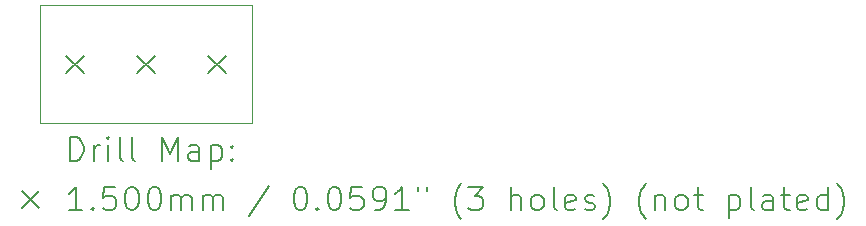
<source format=gbr>
%TF.GenerationSoftware,KiCad,Pcbnew,7.0.6-7.0.6~ubuntu22.04.1*%
%TF.CreationDate,2023-08-02T11:50:25+12:00*%
%TF.ProjectId,TWIST_SWTICH_BACKING_PLATE_v1.0,54574953-545f-4535-9754-4943485f4241,v1.0*%
%TF.SameCoordinates,Original*%
%TF.FileFunction,Drillmap*%
%TF.FilePolarity,Positive*%
%FSLAX45Y45*%
G04 Gerber Fmt 4.5, Leading zero omitted, Abs format (unit mm)*
G04 Created by KiCad (PCBNEW 7.0.6-7.0.6~ubuntu22.04.1) date 2023-08-02 11:50:25*
%MOMM*%
%LPD*%
G01*
G04 APERTURE LIST*
%ADD10C,0.100000*%
%ADD11C,0.200000*%
%ADD12C,0.150000*%
G04 APERTURE END LIST*
D10*
X20900000Y-14500000D02*
X20900000Y-15500000D01*
X19100000Y-14500000D02*
X19100000Y-15500000D01*
X19100000Y-15500000D02*
X20900000Y-15500000D01*
X19100000Y-14500000D02*
X20900000Y-14500000D01*
D11*
D12*
X19325000Y-14925000D02*
X19475000Y-15075000D01*
X19475000Y-14925000D02*
X19325000Y-15075000D01*
X19925000Y-14925000D02*
X20075000Y-15075000D01*
X20075000Y-14925000D02*
X19925000Y-15075000D01*
X20525000Y-14925000D02*
X20675000Y-15075000D01*
X20675000Y-14925000D02*
X20525000Y-15075000D01*
D11*
X19355777Y-15816484D02*
X19355777Y-15616484D01*
X19355777Y-15616484D02*
X19403396Y-15616484D01*
X19403396Y-15616484D02*
X19431967Y-15626008D01*
X19431967Y-15626008D02*
X19451015Y-15645055D01*
X19451015Y-15645055D02*
X19460539Y-15664103D01*
X19460539Y-15664103D02*
X19470063Y-15702198D01*
X19470063Y-15702198D02*
X19470063Y-15730769D01*
X19470063Y-15730769D02*
X19460539Y-15768865D01*
X19460539Y-15768865D02*
X19451015Y-15787912D01*
X19451015Y-15787912D02*
X19431967Y-15806960D01*
X19431967Y-15806960D02*
X19403396Y-15816484D01*
X19403396Y-15816484D02*
X19355777Y-15816484D01*
X19555777Y-15816484D02*
X19555777Y-15683150D01*
X19555777Y-15721246D02*
X19565301Y-15702198D01*
X19565301Y-15702198D02*
X19574824Y-15692674D01*
X19574824Y-15692674D02*
X19593872Y-15683150D01*
X19593872Y-15683150D02*
X19612920Y-15683150D01*
X19679586Y-15816484D02*
X19679586Y-15683150D01*
X19679586Y-15616484D02*
X19670063Y-15626008D01*
X19670063Y-15626008D02*
X19679586Y-15635531D01*
X19679586Y-15635531D02*
X19689110Y-15626008D01*
X19689110Y-15626008D02*
X19679586Y-15616484D01*
X19679586Y-15616484D02*
X19679586Y-15635531D01*
X19803396Y-15816484D02*
X19784348Y-15806960D01*
X19784348Y-15806960D02*
X19774824Y-15787912D01*
X19774824Y-15787912D02*
X19774824Y-15616484D01*
X19908158Y-15816484D02*
X19889110Y-15806960D01*
X19889110Y-15806960D02*
X19879586Y-15787912D01*
X19879586Y-15787912D02*
X19879586Y-15616484D01*
X20136729Y-15816484D02*
X20136729Y-15616484D01*
X20136729Y-15616484D02*
X20203396Y-15759341D01*
X20203396Y-15759341D02*
X20270063Y-15616484D01*
X20270063Y-15616484D02*
X20270063Y-15816484D01*
X20451015Y-15816484D02*
X20451015Y-15711722D01*
X20451015Y-15711722D02*
X20441491Y-15692674D01*
X20441491Y-15692674D02*
X20422444Y-15683150D01*
X20422444Y-15683150D02*
X20384348Y-15683150D01*
X20384348Y-15683150D02*
X20365301Y-15692674D01*
X20451015Y-15806960D02*
X20431967Y-15816484D01*
X20431967Y-15816484D02*
X20384348Y-15816484D01*
X20384348Y-15816484D02*
X20365301Y-15806960D01*
X20365301Y-15806960D02*
X20355777Y-15787912D01*
X20355777Y-15787912D02*
X20355777Y-15768865D01*
X20355777Y-15768865D02*
X20365301Y-15749817D01*
X20365301Y-15749817D02*
X20384348Y-15740293D01*
X20384348Y-15740293D02*
X20431967Y-15740293D01*
X20431967Y-15740293D02*
X20451015Y-15730769D01*
X20546253Y-15683150D02*
X20546253Y-15883150D01*
X20546253Y-15692674D02*
X20565301Y-15683150D01*
X20565301Y-15683150D02*
X20603396Y-15683150D01*
X20603396Y-15683150D02*
X20622444Y-15692674D01*
X20622444Y-15692674D02*
X20631967Y-15702198D01*
X20631967Y-15702198D02*
X20641491Y-15721246D01*
X20641491Y-15721246D02*
X20641491Y-15778388D01*
X20641491Y-15778388D02*
X20631967Y-15797436D01*
X20631967Y-15797436D02*
X20622444Y-15806960D01*
X20622444Y-15806960D02*
X20603396Y-15816484D01*
X20603396Y-15816484D02*
X20565301Y-15816484D01*
X20565301Y-15816484D02*
X20546253Y-15806960D01*
X20727205Y-15797436D02*
X20736729Y-15806960D01*
X20736729Y-15806960D02*
X20727205Y-15816484D01*
X20727205Y-15816484D02*
X20717682Y-15806960D01*
X20717682Y-15806960D02*
X20727205Y-15797436D01*
X20727205Y-15797436D02*
X20727205Y-15816484D01*
X20727205Y-15692674D02*
X20736729Y-15702198D01*
X20736729Y-15702198D02*
X20727205Y-15711722D01*
X20727205Y-15711722D02*
X20717682Y-15702198D01*
X20717682Y-15702198D02*
X20727205Y-15692674D01*
X20727205Y-15692674D02*
X20727205Y-15711722D01*
D12*
X18945000Y-16070000D02*
X19095000Y-16220000D01*
X19095000Y-16070000D02*
X18945000Y-16220000D01*
D11*
X19460539Y-16236484D02*
X19346253Y-16236484D01*
X19403396Y-16236484D02*
X19403396Y-16036484D01*
X19403396Y-16036484D02*
X19384348Y-16065055D01*
X19384348Y-16065055D02*
X19365301Y-16084103D01*
X19365301Y-16084103D02*
X19346253Y-16093627D01*
X19546253Y-16217436D02*
X19555777Y-16226960D01*
X19555777Y-16226960D02*
X19546253Y-16236484D01*
X19546253Y-16236484D02*
X19536729Y-16226960D01*
X19536729Y-16226960D02*
X19546253Y-16217436D01*
X19546253Y-16217436D02*
X19546253Y-16236484D01*
X19736729Y-16036484D02*
X19641491Y-16036484D01*
X19641491Y-16036484D02*
X19631967Y-16131722D01*
X19631967Y-16131722D02*
X19641491Y-16122198D01*
X19641491Y-16122198D02*
X19660539Y-16112674D01*
X19660539Y-16112674D02*
X19708158Y-16112674D01*
X19708158Y-16112674D02*
X19727205Y-16122198D01*
X19727205Y-16122198D02*
X19736729Y-16131722D01*
X19736729Y-16131722D02*
X19746253Y-16150769D01*
X19746253Y-16150769D02*
X19746253Y-16198388D01*
X19746253Y-16198388D02*
X19736729Y-16217436D01*
X19736729Y-16217436D02*
X19727205Y-16226960D01*
X19727205Y-16226960D02*
X19708158Y-16236484D01*
X19708158Y-16236484D02*
X19660539Y-16236484D01*
X19660539Y-16236484D02*
X19641491Y-16226960D01*
X19641491Y-16226960D02*
X19631967Y-16217436D01*
X19870063Y-16036484D02*
X19889110Y-16036484D01*
X19889110Y-16036484D02*
X19908158Y-16046008D01*
X19908158Y-16046008D02*
X19917682Y-16055531D01*
X19917682Y-16055531D02*
X19927205Y-16074579D01*
X19927205Y-16074579D02*
X19936729Y-16112674D01*
X19936729Y-16112674D02*
X19936729Y-16160293D01*
X19936729Y-16160293D02*
X19927205Y-16198388D01*
X19927205Y-16198388D02*
X19917682Y-16217436D01*
X19917682Y-16217436D02*
X19908158Y-16226960D01*
X19908158Y-16226960D02*
X19889110Y-16236484D01*
X19889110Y-16236484D02*
X19870063Y-16236484D01*
X19870063Y-16236484D02*
X19851015Y-16226960D01*
X19851015Y-16226960D02*
X19841491Y-16217436D01*
X19841491Y-16217436D02*
X19831967Y-16198388D01*
X19831967Y-16198388D02*
X19822444Y-16160293D01*
X19822444Y-16160293D02*
X19822444Y-16112674D01*
X19822444Y-16112674D02*
X19831967Y-16074579D01*
X19831967Y-16074579D02*
X19841491Y-16055531D01*
X19841491Y-16055531D02*
X19851015Y-16046008D01*
X19851015Y-16046008D02*
X19870063Y-16036484D01*
X20060539Y-16036484D02*
X20079586Y-16036484D01*
X20079586Y-16036484D02*
X20098634Y-16046008D01*
X20098634Y-16046008D02*
X20108158Y-16055531D01*
X20108158Y-16055531D02*
X20117682Y-16074579D01*
X20117682Y-16074579D02*
X20127205Y-16112674D01*
X20127205Y-16112674D02*
X20127205Y-16160293D01*
X20127205Y-16160293D02*
X20117682Y-16198388D01*
X20117682Y-16198388D02*
X20108158Y-16217436D01*
X20108158Y-16217436D02*
X20098634Y-16226960D01*
X20098634Y-16226960D02*
X20079586Y-16236484D01*
X20079586Y-16236484D02*
X20060539Y-16236484D01*
X20060539Y-16236484D02*
X20041491Y-16226960D01*
X20041491Y-16226960D02*
X20031967Y-16217436D01*
X20031967Y-16217436D02*
X20022444Y-16198388D01*
X20022444Y-16198388D02*
X20012920Y-16160293D01*
X20012920Y-16160293D02*
X20012920Y-16112674D01*
X20012920Y-16112674D02*
X20022444Y-16074579D01*
X20022444Y-16074579D02*
X20031967Y-16055531D01*
X20031967Y-16055531D02*
X20041491Y-16046008D01*
X20041491Y-16046008D02*
X20060539Y-16036484D01*
X20212920Y-16236484D02*
X20212920Y-16103150D01*
X20212920Y-16122198D02*
X20222444Y-16112674D01*
X20222444Y-16112674D02*
X20241491Y-16103150D01*
X20241491Y-16103150D02*
X20270063Y-16103150D01*
X20270063Y-16103150D02*
X20289110Y-16112674D01*
X20289110Y-16112674D02*
X20298634Y-16131722D01*
X20298634Y-16131722D02*
X20298634Y-16236484D01*
X20298634Y-16131722D02*
X20308158Y-16112674D01*
X20308158Y-16112674D02*
X20327205Y-16103150D01*
X20327205Y-16103150D02*
X20355777Y-16103150D01*
X20355777Y-16103150D02*
X20374825Y-16112674D01*
X20374825Y-16112674D02*
X20384348Y-16131722D01*
X20384348Y-16131722D02*
X20384348Y-16236484D01*
X20479586Y-16236484D02*
X20479586Y-16103150D01*
X20479586Y-16122198D02*
X20489110Y-16112674D01*
X20489110Y-16112674D02*
X20508158Y-16103150D01*
X20508158Y-16103150D02*
X20536729Y-16103150D01*
X20536729Y-16103150D02*
X20555777Y-16112674D01*
X20555777Y-16112674D02*
X20565301Y-16131722D01*
X20565301Y-16131722D02*
X20565301Y-16236484D01*
X20565301Y-16131722D02*
X20574825Y-16112674D01*
X20574825Y-16112674D02*
X20593872Y-16103150D01*
X20593872Y-16103150D02*
X20622444Y-16103150D01*
X20622444Y-16103150D02*
X20641491Y-16112674D01*
X20641491Y-16112674D02*
X20651015Y-16131722D01*
X20651015Y-16131722D02*
X20651015Y-16236484D01*
X21041491Y-16026960D02*
X20870063Y-16284103D01*
X21298634Y-16036484D02*
X21317682Y-16036484D01*
X21317682Y-16036484D02*
X21336729Y-16046008D01*
X21336729Y-16046008D02*
X21346253Y-16055531D01*
X21346253Y-16055531D02*
X21355777Y-16074579D01*
X21355777Y-16074579D02*
X21365301Y-16112674D01*
X21365301Y-16112674D02*
X21365301Y-16160293D01*
X21365301Y-16160293D02*
X21355777Y-16198388D01*
X21355777Y-16198388D02*
X21346253Y-16217436D01*
X21346253Y-16217436D02*
X21336729Y-16226960D01*
X21336729Y-16226960D02*
X21317682Y-16236484D01*
X21317682Y-16236484D02*
X21298634Y-16236484D01*
X21298634Y-16236484D02*
X21279587Y-16226960D01*
X21279587Y-16226960D02*
X21270063Y-16217436D01*
X21270063Y-16217436D02*
X21260539Y-16198388D01*
X21260539Y-16198388D02*
X21251015Y-16160293D01*
X21251015Y-16160293D02*
X21251015Y-16112674D01*
X21251015Y-16112674D02*
X21260539Y-16074579D01*
X21260539Y-16074579D02*
X21270063Y-16055531D01*
X21270063Y-16055531D02*
X21279587Y-16046008D01*
X21279587Y-16046008D02*
X21298634Y-16036484D01*
X21451015Y-16217436D02*
X21460539Y-16226960D01*
X21460539Y-16226960D02*
X21451015Y-16236484D01*
X21451015Y-16236484D02*
X21441491Y-16226960D01*
X21441491Y-16226960D02*
X21451015Y-16217436D01*
X21451015Y-16217436D02*
X21451015Y-16236484D01*
X21584348Y-16036484D02*
X21603396Y-16036484D01*
X21603396Y-16036484D02*
X21622444Y-16046008D01*
X21622444Y-16046008D02*
X21631968Y-16055531D01*
X21631968Y-16055531D02*
X21641491Y-16074579D01*
X21641491Y-16074579D02*
X21651015Y-16112674D01*
X21651015Y-16112674D02*
X21651015Y-16160293D01*
X21651015Y-16160293D02*
X21641491Y-16198388D01*
X21641491Y-16198388D02*
X21631968Y-16217436D01*
X21631968Y-16217436D02*
X21622444Y-16226960D01*
X21622444Y-16226960D02*
X21603396Y-16236484D01*
X21603396Y-16236484D02*
X21584348Y-16236484D01*
X21584348Y-16236484D02*
X21565301Y-16226960D01*
X21565301Y-16226960D02*
X21555777Y-16217436D01*
X21555777Y-16217436D02*
X21546253Y-16198388D01*
X21546253Y-16198388D02*
X21536729Y-16160293D01*
X21536729Y-16160293D02*
X21536729Y-16112674D01*
X21536729Y-16112674D02*
X21546253Y-16074579D01*
X21546253Y-16074579D02*
X21555777Y-16055531D01*
X21555777Y-16055531D02*
X21565301Y-16046008D01*
X21565301Y-16046008D02*
X21584348Y-16036484D01*
X21831968Y-16036484D02*
X21736729Y-16036484D01*
X21736729Y-16036484D02*
X21727206Y-16131722D01*
X21727206Y-16131722D02*
X21736729Y-16122198D01*
X21736729Y-16122198D02*
X21755777Y-16112674D01*
X21755777Y-16112674D02*
X21803396Y-16112674D01*
X21803396Y-16112674D02*
X21822444Y-16122198D01*
X21822444Y-16122198D02*
X21831968Y-16131722D01*
X21831968Y-16131722D02*
X21841491Y-16150769D01*
X21841491Y-16150769D02*
X21841491Y-16198388D01*
X21841491Y-16198388D02*
X21831968Y-16217436D01*
X21831968Y-16217436D02*
X21822444Y-16226960D01*
X21822444Y-16226960D02*
X21803396Y-16236484D01*
X21803396Y-16236484D02*
X21755777Y-16236484D01*
X21755777Y-16236484D02*
X21736729Y-16226960D01*
X21736729Y-16226960D02*
X21727206Y-16217436D01*
X21936729Y-16236484D02*
X21974825Y-16236484D01*
X21974825Y-16236484D02*
X21993872Y-16226960D01*
X21993872Y-16226960D02*
X22003396Y-16217436D01*
X22003396Y-16217436D02*
X22022444Y-16188865D01*
X22022444Y-16188865D02*
X22031968Y-16150769D01*
X22031968Y-16150769D02*
X22031968Y-16074579D01*
X22031968Y-16074579D02*
X22022444Y-16055531D01*
X22022444Y-16055531D02*
X22012920Y-16046008D01*
X22012920Y-16046008D02*
X21993872Y-16036484D01*
X21993872Y-16036484D02*
X21955777Y-16036484D01*
X21955777Y-16036484D02*
X21936729Y-16046008D01*
X21936729Y-16046008D02*
X21927206Y-16055531D01*
X21927206Y-16055531D02*
X21917682Y-16074579D01*
X21917682Y-16074579D02*
X21917682Y-16122198D01*
X21917682Y-16122198D02*
X21927206Y-16141246D01*
X21927206Y-16141246D02*
X21936729Y-16150769D01*
X21936729Y-16150769D02*
X21955777Y-16160293D01*
X21955777Y-16160293D02*
X21993872Y-16160293D01*
X21993872Y-16160293D02*
X22012920Y-16150769D01*
X22012920Y-16150769D02*
X22022444Y-16141246D01*
X22022444Y-16141246D02*
X22031968Y-16122198D01*
X22222444Y-16236484D02*
X22108158Y-16236484D01*
X22165301Y-16236484D02*
X22165301Y-16036484D01*
X22165301Y-16036484D02*
X22146253Y-16065055D01*
X22146253Y-16065055D02*
X22127206Y-16084103D01*
X22127206Y-16084103D02*
X22108158Y-16093627D01*
X22298634Y-16036484D02*
X22298634Y-16074579D01*
X22374825Y-16036484D02*
X22374825Y-16074579D01*
X22670063Y-16312674D02*
X22660539Y-16303150D01*
X22660539Y-16303150D02*
X22641491Y-16274579D01*
X22641491Y-16274579D02*
X22631968Y-16255531D01*
X22631968Y-16255531D02*
X22622444Y-16226960D01*
X22622444Y-16226960D02*
X22612920Y-16179341D01*
X22612920Y-16179341D02*
X22612920Y-16141246D01*
X22612920Y-16141246D02*
X22622444Y-16093627D01*
X22622444Y-16093627D02*
X22631968Y-16065055D01*
X22631968Y-16065055D02*
X22641491Y-16046008D01*
X22641491Y-16046008D02*
X22660539Y-16017436D01*
X22660539Y-16017436D02*
X22670063Y-16007912D01*
X22727206Y-16036484D02*
X22851015Y-16036484D01*
X22851015Y-16036484D02*
X22784348Y-16112674D01*
X22784348Y-16112674D02*
X22812920Y-16112674D01*
X22812920Y-16112674D02*
X22831968Y-16122198D01*
X22831968Y-16122198D02*
X22841491Y-16131722D01*
X22841491Y-16131722D02*
X22851015Y-16150769D01*
X22851015Y-16150769D02*
X22851015Y-16198388D01*
X22851015Y-16198388D02*
X22841491Y-16217436D01*
X22841491Y-16217436D02*
X22831968Y-16226960D01*
X22831968Y-16226960D02*
X22812920Y-16236484D01*
X22812920Y-16236484D02*
X22755777Y-16236484D01*
X22755777Y-16236484D02*
X22736729Y-16226960D01*
X22736729Y-16226960D02*
X22727206Y-16217436D01*
X23089110Y-16236484D02*
X23089110Y-16036484D01*
X23174825Y-16236484D02*
X23174825Y-16131722D01*
X23174825Y-16131722D02*
X23165301Y-16112674D01*
X23165301Y-16112674D02*
X23146253Y-16103150D01*
X23146253Y-16103150D02*
X23117682Y-16103150D01*
X23117682Y-16103150D02*
X23098634Y-16112674D01*
X23098634Y-16112674D02*
X23089110Y-16122198D01*
X23298634Y-16236484D02*
X23279587Y-16226960D01*
X23279587Y-16226960D02*
X23270063Y-16217436D01*
X23270063Y-16217436D02*
X23260539Y-16198388D01*
X23260539Y-16198388D02*
X23260539Y-16141246D01*
X23260539Y-16141246D02*
X23270063Y-16122198D01*
X23270063Y-16122198D02*
X23279587Y-16112674D01*
X23279587Y-16112674D02*
X23298634Y-16103150D01*
X23298634Y-16103150D02*
X23327206Y-16103150D01*
X23327206Y-16103150D02*
X23346253Y-16112674D01*
X23346253Y-16112674D02*
X23355777Y-16122198D01*
X23355777Y-16122198D02*
X23365301Y-16141246D01*
X23365301Y-16141246D02*
X23365301Y-16198388D01*
X23365301Y-16198388D02*
X23355777Y-16217436D01*
X23355777Y-16217436D02*
X23346253Y-16226960D01*
X23346253Y-16226960D02*
X23327206Y-16236484D01*
X23327206Y-16236484D02*
X23298634Y-16236484D01*
X23479587Y-16236484D02*
X23460539Y-16226960D01*
X23460539Y-16226960D02*
X23451015Y-16207912D01*
X23451015Y-16207912D02*
X23451015Y-16036484D01*
X23631968Y-16226960D02*
X23612920Y-16236484D01*
X23612920Y-16236484D02*
X23574825Y-16236484D01*
X23574825Y-16236484D02*
X23555777Y-16226960D01*
X23555777Y-16226960D02*
X23546253Y-16207912D01*
X23546253Y-16207912D02*
X23546253Y-16131722D01*
X23546253Y-16131722D02*
X23555777Y-16112674D01*
X23555777Y-16112674D02*
X23574825Y-16103150D01*
X23574825Y-16103150D02*
X23612920Y-16103150D01*
X23612920Y-16103150D02*
X23631968Y-16112674D01*
X23631968Y-16112674D02*
X23641491Y-16131722D01*
X23641491Y-16131722D02*
X23641491Y-16150769D01*
X23641491Y-16150769D02*
X23546253Y-16169817D01*
X23717682Y-16226960D02*
X23736730Y-16236484D01*
X23736730Y-16236484D02*
X23774825Y-16236484D01*
X23774825Y-16236484D02*
X23793872Y-16226960D01*
X23793872Y-16226960D02*
X23803396Y-16207912D01*
X23803396Y-16207912D02*
X23803396Y-16198388D01*
X23803396Y-16198388D02*
X23793872Y-16179341D01*
X23793872Y-16179341D02*
X23774825Y-16169817D01*
X23774825Y-16169817D02*
X23746253Y-16169817D01*
X23746253Y-16169817D02*
X23727206Y-16160293D01*
X23727206Y-16160293D02*
X23717682Y-16141246D01*
X23717682Y-16141246D02*
X23717682Y-16131722D01*
X23717682Y-16131722D02*
X23727206Y-16112674D01*
X23727206Y-16112674D02*
X23746253Y-16103150D01*
X23746253Y-16103150D02*
X23774825Y-16103150D01*
X23774825Y-16103150D02*
X23793872Y-16112674D01*
X23870063Y-16312674D02*
X23879587Y-16303150D01*
X23879587Y-16303150D02*
X23898634Y-16274579D01*
X23898634Y-16274579D02*
X23908158Y-16255531D01*
X23908158Y-16255531D02*
X23917682Y-16226960D01*
X23917682Y-16226960D02*
X23927206Y-16179341D01*
X23927206Y-16179341D02*
X23927206Y-16141246D01*
X23927206Y-16141246D02*
X23917682Y-16093627D01*
X23917682Y-16093627D02*
X23908158Y-16065055D01*
X23908158Y-16065055D02*
X23898634Y-16046008D01*
X23898634Y-16046008D02*
X23879587Y-16017436D01*
X23879587Y-16017436D02*
X23870063Y-16007912D01*
X24231968Y-16312674D02*
X24222444Y-16303150D01*
X24222444Y-16303150D02*
X24203396Y-16274579D01*
X24203396Y-16274579D02*
X24193872Y-16255531D01*
X24193872Y-16255531D02*
X24184349Y-16226960D01*
X24184349Y-16226960D02*
X24174825Y-16179341D01*
X24174825Y-16179341D02*
X24174825Y-16141246D01*
X24174825Y-16141246D02*
X24184349Y-16093627D01*
X24184349Y-16093627D02*
X24193872Y-16065055D01*
X24193872Y-16065055D02*
X24203396Y-16046008D01*
X24203396Y-16046008D02*
X24222444Y-16017436D01*
X24222444Y-16017436D02*
X24231968Y-16007912D01*
X24308158Y-16103150D02*
X24308158Y-16236484D01*
X24308158Y-16122198D02*
X24317682Y-16112674D01*
X24317682Y-16112674D02*
X24336730Y-16103150D01*
X24336730Y-16103150D02*
X24365301Y-16103150D01*
X24365301Y-16103150D02*
X24384349Y-16112674D01*
X24384349Y-16112674D02*
X24393872Y-16131722D01*
X24393872Y-16131722D02*
X24393872Y-16236484D01*
X24517682Y-16236484D02*
X24498634Y-16226960D01*
X24498634Y-16226960D02*
X24489111Y-16217436D01*
X24489111Y-16217436D02*
X24479587Y-16198388D01*
X24479587Y-16198388D02*
X24479587Y-16141246D01*
X24479587Y-16141246D02*
X24489111Y-16122198D01*
X24489111Y-16122198D02*
X24498634Y-16112674D01*
X24498634Y-16112674D02*
X24517682Y-16103150D01*
X24517682Y-16103150D02*
X24546253Y-16103150D01*
X24546253Y-16103150D02*
X24565301Y-16112674D01*
X24565301Y-16112674D02*
X24574825Y-16122198D01*
X24574825Y-16122198D02*
X24584349Y-16141246D01*
X24584349Y-16141246D02*
X24584349Y-16198388D01*
X24584349Y-16198388D02*
X24574825Y-16217436D01*
X24574825Y-16217436D02*
X24565301Y-16226960D01*
X24565301Y-16226960D02*
X24546253Y-16236484D01*
X24546253Y-16236484D02*
X24517682Y-16236484D01*
X24641492Y-16103150D02*
X24717682Y-16103150D01*
X24670063Y-16036484D02*
X24670063Y-16207912D01*
X24670063Y-16207912D02*
X24679587Y-16226960D01*
X24679587Y-16226960D02*
X24698634Y-16236484D01*
X24698634Y-16236484D02*
X24717682Y-16236484D01*
X24936730Y-16103150D02*
X24936730Y-16303150D01*
X24936730Y-16112674D02*
X24955777Y-16103150D01*
X24955777Y-16103150D02*
X24993873Y-16103150D01*
X24993873Y-16103150D02*
X25012920Y-16112674D01*
X25012920Y-16112674D02*
X25022444Y-16122198D01*
X25022444Y-16122198D02*
X25031968Y-16141246D01*
X25031968Y-16141246D02*
X25031968Y-16198388D01*
X25031968Y-16198388D02*
X25022444Y-16217436D01*
X25022444Y-16217436D02*
X25012920Y-16226960D01*
X25012920Y-16226960D02*
X24993873Y-16236484D01*
X24993873Y-16236484D02*
X24955777Y-16236484D01*
X24955777Y-16236484D02*
X24936730Y-16226960D01*
X25146253Y-16236484D02*
X25127206Y-16226960D01*
X25127206Y-16226960D02*
X25117682Y-16207912D01*
X25117682Y-16207912D02*
X25117682Y-16036484D01*
X25308158Y-16236484D02*
X25308158Y-16131722D01*
X25308158Y-16131722D02*
X25298634Y-16112674D01*
X25298634Y-16112674D02*
X25279587Y-16103150D01*
X25279587Y-16103150D02*
X25241492Y-16103150D01*
X25241492Y-16103150D02*
X25222444Y-16112674D01*
X25308158Y-16226960D02*
X25289111Y-16236484D01*
X25289111Y-16236484D02*
X25241492Y-16236484D01*
X25241492Y-16236484D02*
X25222444Y-16226960D01*
X25222444Y-16226960D02*
X25212920Y-16207912D01*
X25212920Y-16207912D02*
X25212920Y-16188865D01*
X25212920Y-16188865D02*
X25222444Y-16169817D01*
X25222444Y-16169817D02*
X25241492Y-16160293D01*
X25241492Y-16160293D02*
X25289111Y-16160293D01*
X25289111Y-16160293D02*
X25308158Y-16150769D01*
X25374825Y-16103150D02*
X25451015Y-16103150D01*
X25403396Y-16036484D02*
X25403396Y-16207912D01*
X25403396Y-16207912D02*
X25412920Y-16226960D01*
X25412920Y-16226960D02*
X25431968Y-16236484D01*
X25431968Y-16236484D02*
X25451015Y-16236484D01*
X25593873Y-16226960D02*
X25574825Y-16236484D01*
X25574825Y-16236484D02*
X25536730Y-16236484D01*
X25536730Y-16236484D02*
X25517682Y-16226960D01*
X25517682Y-16226960D02*
X25508158Y-16207912D01*
X25508158Y-16207912D02*
X25508158Y-16131722D01*
X25508158Y-16131722D02*
X25517682Y-16112674D01*
X25517682Y-16112674D02*
X25536730Y-16103150D01*
X25536730Y-16103150D02*
X25574825Y-16103150D01*
X25574825Y-16103150D02*
X25593873Y-16112674D01*
X25593873Y-16112674D02*
X25603396Y-16131722D01*
X25603396Y-16131722D02*
X25603396Y-16150769D01*
X25603396Y-16150769D02*
X25508158Y-16169817D01*
X25774825Y-16236484D02*
X25774825Y-16036484D01*
X25774825Y-16226960D02*
X25755777Y-16236484D01*
X25755777Y-16236484D02*
X25717682Y-16236484D01*
X25717682Y-16236484D02*
X25698634Y-16226960D01*
X25698634Y-16226960D02*
X25689111Y-16217436D01*
X25689111Y-16217436D02*
X25679587Y-16198388D01*
X25679587Y-16198388D02*
X25679587Y-16141246D01*
X25679587Y-16141246D02*
X25689111Y-16122198D01*
X25689111Y-16122198D02*
X25698634Y-16112674D01*
X25698634Y-16112674D02*
X25717682Y-16103150D01*
X25717682Y-16103150D02*
X25755777Y-16103150D01*
X25755777Y-16103150D02*
X25774825Y-16112674D01*
X25851015Y-16312674D02*
X25860539Y-16303150D01*
X25860539Y-16303150D02*
X25879587Y-16274579D01*
X25879587Y-16274579D02*
X25889111Y-16255531D01*
X25889111Y-16255531D02*
X25898634Y-16226960D01*
X25898634Y-16226960D02*
X25908158Y-16179341D01*
X25908158Y-16179341D02*
X25908158Y-16141246D01*
X25908158Y-16141246D02*
X25898634Y-16093627D01*
X25898634Y-16093627D02*
X25889111Y-16065055D01*
X25889111Y-16065055D02*
X25879587Y-16046008D01*
X25879587Y-16046008D02*
X25860539Y-16017436D01*
X25860539Y-16017436D02*
X25851015Y-16007912D01*
M02*

</source>
